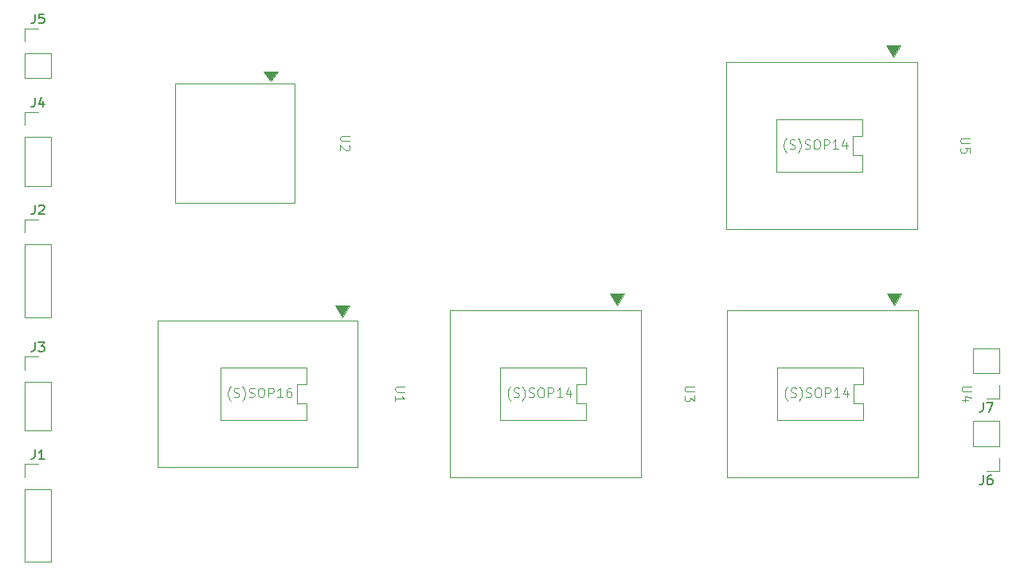
<source format=gbr>
%TF.GenerationSoftware,KiCad,Pcbnew,9.0.3*%
%TF.CreationDate,2025-08-28T11:24:01-04:00*%
%TF.ProjectId,signal_conditioner,7369676e-616c-45f6-936f-6e646974696f,rev?*%
%TF.SameCoordinates,Original*%
%TF.FileFunction,Legend,Top*%
%TF.FilePolarity,Positive*%
%FSLAX46Y46*%
G04 Gerber Fmt 4.6, Leading zero omitted, Abs format (unit mm)*
G04 Created by KiCad (PCBNEW 9.0.3) date 2025-08-28 11:24:01*
%MOMM*%
%LPD*%
G01*
G04 APERTURE LIST*
%ADD10C,0.150000*%
%ADD11C,0.100000*%
%ADD12C,0.120000*%
G04 APERTURE END LIST*
D10*
X135556666Y-57399819D02*
X135556666Y-58114104D01*
X135556666Y-58114104D02*
X135509047Y-58256961D01*
X135509047Y-58256961D02*
X135413809Y-58352200D01*
X135413809Y-58352200D02*
X135270952Y-58399819D01*
X135270952Y-58399819D02*
X135175714Y-58399819D01*
X135985238Y-57495057D02*
X136032857Y-57447438D01*
X136032857Y-57447438D02*
X136128095Y-57399819D01*
X136128095Y-57399819D02*
X136366190Y-57399819D01*
X136366190Y-57399819D02*
X136461428Y-57447438D01*
X136461428Y-57447438D02*
X136509047Y-57495057D01*
X136509047Y-57495057D02*
X136556666Y-57590295D01*
X136556666Y-57590295D02*
X136556666Y-57685533D01*
X136556666Y-57685533D02*
X136509047Y-57828390D01*
X136509047Y-57828390D02*
X135937619Y-58399819D01*
X135937619Y-58399819D02*
X136556666Y-58399819D01*
D11*
X234984580Y-50292095D02*
X234175057Y-50292095D01*
X234175057Y-50292095D02*
X234079819Y-50339714D01*
X234079819Y-50339714D02*
X234032200Y-50387333D01*
X234032200Y-50387333D02*
X233984580Y-50482571D01*
X233984580Y-50482571D02*
X233984580Y-50673047D01*
X233984580Y-50673047D02*
X234032200Y-50768285D01*
X234032200Y-50768285D02*
X234079819Y-50815904D01*
X234079819Y-50815904D02*
X234175057Y-50863523D01*
X234175057Y-50863523D02*
X234984580Y-50863523D01*
X234984580Y-51815904D02*
X234984580Y-51339714D01*
X234984580Y-51339714D02*
X234508390Y-51292095D01*
X234508390Y-51292095D02*
X234556009Y-51339714D01*
X234556009Y-51339714D02*
X234603628Y-51434952D01*
X234603628Y-51434952D02*
X234603628Y-51673047D01*
X234603628Y-51673047D02*
X234556009Y-51768285D01*
X234556009Y-51768285D02*
X234508390Y-51815904D01*
X234508390Y-51815904D02*
X234413152Y-51863523D01*
X234413152Y-51863523D02*
X234175057Y-51863523D01*
X234175057Y-51863523D02*
X234079819Y-51815904D01*
X234079819Y-51815904D02*
X234032200Y-51768285D01*
X234032200Y-51768285D02*
X233984580Y-51673047D01*
X233984580Y-51673047D02*
X233984580Y-51434952D01*
X233984580Y-51434952D02*
X234032200Y-51339714D01*
X234032200Y-51339714D02*
X234079819Y-51292095D01*
X215473598Y-51815371D02*
X215425979Y-51767752D01*
X215425979Y-51767752D02*
X215330741Y-51624895D01*
X215330741Y-51624895D02*
X215283122Y-51529657D01*
X215283122Y-51529657D02*
X215235503Y-51386800D01*
X215235503Y-51386800D02*
X215187884Y-51148704D01*
X215187884Y-51148704D02*
X215187884Y-50958228D01*
X215187884Y-50958228D02*
X215235503Y-50720133D01*
X215235503Y-50720133D02*
X215283122Y-50577276D01*
X215283122Y-50577276D02*
X215330741Y-50482038D01*
X215330741Y-50482038D02*
X215425979Y-50339180D01*
X215425979Y-50339180D02*
X215473598Y-50291561D01*
X215806932Y-51386800D02*
X215949789Y-51434419D01*
X215949789Y-51434419D02*
X216187884Y-51434419D01*
X216187884Y-51434419D02*
X216283122Y-51386800D01*
X216283122Y-51386800D02*
X216330741Y-51339180D01*
X216330741Y-51339180D02*
X216378360Y-51243942D01*
X216378360Y-51243942D02*
X216378360Y-51148704D01*
X216378360Y-51148704D02*
X216330741Y-51053466D01*
X216330741Y-51053466D02*
X216283122Y-51005847D01*
X216283122Y-51005847D02*
X216187884Y-50958228D01*
X216187884Y-50958228D02*
X215997408Y-50910609D01*
X215997408Y-50910609D02*
X215902170Y-50862990D01*
X215902170Y-50862990D02*
X215854551Y-50815371D01*
X215854551Y-50815371D02*
X215806932Y-50720133D01*
X215806932Y-50720133D02*
X215806932Y-50624895D01*
X215806932Y-50624895D02*
X215854551Y-50529657D01*
X215854551Y-50529657D02*
X215902170Y-50482038D01*
X215902170Y-50482038D02*
X215997408Y-50434419D01*
X215997408Y-50434419D02*
X216235503Y-50434419D01*
X216235503Y-50434419D02*
X216378360Y-50482038D01*
X216711694Y-51815371D02*
X216759313Y-51767752D01*
X216759313Y-51767752D02*
X216854551Y-51624895D01*
X216854551Y-51624895D02*
X216902170Y-51529657D01*
X216902170Y-51529657D02*
X216949789Y-51386800D01*
X216949789Y-51386800D02*
X216997408Y-51148704D01*
X216997408Y-51148704D02*
X216997408Y-50958228D01*
X216997408Y-50958228D02*
X216949789Y-50720133D01*
X216949789Y-50720133D02*
X216902170Y-50577276D01*
X216902170Y-50577276D02*
X216854551Y-50482038D01*
X216854551Y-50482038D02*
X216759313Y-50339180D01*
X216759313Y-50339180D02*
X216711694Y-50291561D01*
X217425980Y-51386800D02*
X217568837Y-51434419D01*
X217568837Y-51434419D02*
X217806932Y-51434419D01*
X217806932Y-51434419D02*
X217902170Y-51386800D01*
X217902170Y-51386800D02*
X217949789Y-51339180D01*
X217949789Y-51339180D02*
X217997408Y-51243942D01*
X217997408Y-51243942D02*
X217997408Y-51148704D01*
X217997408Y-51148704D02*
X217949789Y-51053466D01*
X217949789Y-51053466D02*
X217902170Y-51005847D01*
X217902170Y-51005847D02*
X217806932Y-50958228D01*
X217806932Y-50958228D02*
X217616456Y-50910609D01*
X217616456Y-50910609D02*
X217521218Y-50862990D01*
X217521218Y-50862990D02*
X217473599Y-50815371D01*
X217473599Y-50815371D02*
X217425980Y-50720133D01*
X217425980Y-50720133D02*
X217425980Y-50624895D01*
X217425980Y-50624895D02*
X217473599Y-50529657D01*
X217473599Y-50529657D02*
X217521218Y-50482038D01*
X217521218Y-50482038D02*
X217616456Y-50434419D01*
X217616456Y-50434419D02*
X217854551Y-50434419D01*
X217854551Y-50434419D02*
X217997408Y-50482038D01*
X218616456Y-50434419D02*
X218806932Y-50434419D01*
X218806932Y-50434419D02*
X218902170Y-50482038D01*
X218902170Y-50482038D02*
X218997408Y-50577276D01*
X218997408Y-50577276D02*
X219045027Y-50767752D01*
X219045027Y-50767752D02*
X219045027Y-51101085D01*
X219045027Y-51101085D02*
X218997408Y-51291561D01*
X218997408Y-51291561D02*
X218902170Y-51386800D01*
X218902170Y-51386800D02*
X218806932Y-51434419D01*
X218806932Y-51434419D02*
X218616456Y-51434419D01*
X218616456Y-51434419D02*
X218521218Y-51386800D01*
X218521218Y-51386800D02*
X218425980Y-51291561D01*
X218425980Y-51291561D02*
X218378361Y-51101085D01*
X218378361Y-51101085D02*
X218378361Y-50767752D01*
X218378361Y-50767752D02*
X218425980Y-50577276D01*
X218425980Y-50577276D02*
X218521218Y-50482038D01*
X218521218Y-50482038D02*
X218616456Y-50434419D01*
X219473599Y-51434419D02*
X219473599Y-50434419D01*
X219473599Y-50434419D02*
X219854551Y-50434419D01*
X219854551Y-50434419D02*
X219949789Y-50482038D01*
X219949789Y-50482038D02*
X219997408Y-50529657D01*
X219997408Y-50529657D02*
X220045027Y-50624895D01*
X220045027Y-50624895D02*
X220045027Y-50767752D01*
X220045027Y-50767752D02*
X219997408Y-50862990D01*
X219997408Y-50862990D02*
X219949789Y-50910609D01*
X219949789Y-50910609D02*
X219854551Y-50958228D01*
X219854551Y-50958228D02*
X219473599Y-50958228D01*
X220997408Y-51434419D02*
X220425980Y-51434419D01*
X220711694Y-51434419D02*
X220711694Y-50434419D01*
X220711694Y-50434419D02*
X220616456Y-50577276D01*
X220616456Y-50577276D02*
X220521218Y-50672514D01*
X220521218Y-50672514D02*
X220425980Y-50720133D01*
X221854551Y-50767752D02*
X221854551Y-51434419D01*
X221616456Y-50386800D02*
X221378361Y-51101085D01*
X221378361Y-51101085D02*
X221997408Y-51101085D01*
X174888180Y-76719695D02*
X174078657Y-76719695D01*
X174078657Y-76719695D02*
X173983419Y-76767314D01*
X173983419Y-76767314D02*
X173935800Y-76814933D01*
X173935800Y-76814933D02*
X173888180Y-76910171D01*
X173888180Y-76910171D02*
X173888180Y-77100647D01*
X173888180Y-77100647D02*
X173935800Y-77195885D01*
X173935800Y-77195885D02*
X173983419Y-77243504D01*
X173983419Y-77243504D02*
X174078657Y-77291123D01*
X174078657Y-77291123D02*
X174888180Y-77291123D01*
X173888180Y-78291123D02*
X173888180Y-77719695D01*
X173888180Y-78005409D02*
X174888180Y-78005409D01*
X174888180Y-78005409D02*
X174745323Y-77910171D01*
X174745323Y-77910171D02*
X174650085Y-77814933D01*
X174650085Y-77814933D02*
X174602466Y-77719695D01*
X156393198Y-78242971D02*
X156345579Y-78195352D01*
X156345579Y-78195352D02*
X156250341Y-78052495D01*
X156250341Y-78052495D02*
X156202722Y-77957257D01*
X156202722Y-77957257D02*
X156155103Y-77814400D01*
X156155103Y-77814400D02*
X156107484Y-77576304D01*
X156107484Y-77576304D02*
X156107484Y-77385828D01*
X156107484Y-77385828D02*
X156155103Y-77147733D01*
X156155103Y-77147733D02*
X156202722Y-77004876D01*
X156202722Y-77004876D02*
X156250341Y-76909638D01*
X156250341Y-76909638D02*
X156345579Y-76766780D01*
X156345579Y-76766780D02*
X156393198Y-76719161D01*
X156726532Y-77814400D02*
X156869389Y-77862019D01*
X156869389Y-77862019D02*
X157107484Y-77862019D01*
X157107484Y-77862019D02*
X157202722Y-77814400D01*
X157202722Y-77814400D02*
X157250341Y-77766780D01*
X157250341Y-77766780D02*
X157297960Y-77671542D01*
X157297960Y-77671542D02*
X157297960Y-77576304D01*
X157297960Y-77576304D02*
X157250341Y-77481066D01*
X157250341Y-77481066D02*
X157202722Y-77433447D01*
X157202722Y-77433447D02*
X157107484Y-77385828D01*
X157107484Y-77385828D02*
X156917008Y-77338209D01*
X156917008Y-77338209D02*
X156821770Y-77290590D01*
X156821770Y-77290590D02*
X156774151Y-77242971D01*
X156774151Y-77242971D02*
X156726532Y-77147733D01*
X156726532Y-77147733D02*
X156726532Y-77052495D01*
X156726532Y-77052495D02*
X156774151Y-76957257D01*
X156774151Y-76957257D02*
X156821770Y-76909638D01*
X156821770Y-76909638D02*
X156917008Y-76862019D01*
X156917008Y-76862019D02*
X157155103Y-76862019D01*
X157155103Y-76862019D02*
X157297960Y-76909638D01*
X157631294Y-78242971D02*
X157678913Y-78195352D01*
X157678913Y-78195352D02*
X157774151Y-78052495D01*
X157774151Y-78052495D02*
X157821770Y-77957257D01*
X157821770Y-77957257D02*
X157869389Y-77814400D01*
X157869389Y-77814400D02*
X157917008Y-77576304D01*
X157917008Y-77576304D02*
X157917008Y-77385828D01*
X157917008Y-77385828D02*
X157869389Y-77147733D01*
X157869389Y-77147733D02*
X157821770Y-77004876D01*
X157821770Y-77004876D02*
X157774151Y-76909638D01*
X157774151Y-76909638D02*
X157678913Y-76766780D01*
X157678913Y-76766780D02*
X157631294Y-76719161D01*
X158345580Y-77814400D02*
X158488437Y-77862019D01*
X158488437Y-77862019D02*
X158726532Y-77862019D01*
X158726532Y-77862019D02*
X158821770Y-77814400D01*
X158821770Y-77814400D02*
X158869389Y-77766780D01*
X158869389Y-77766780D02*
X158917008Y-77671542D01*
X158917008Y-77671542D02*
X158917008Y-77576304D01*
X158917008Y-77576304D02*
X158869389Y-77481066D01*
X158869389Y-77481066D02*
X158821770Y-77433447D01*
X158821770Y-77433447D02*
X158726532Y-77385828D01*
X158726532Y-77385828D02*
X158536056Y-77338209D01*
X158536056Y-77338209D02*
X158440818Y-77290590D01*
X158440818Y-77290590D02*
X158393199Y-77242971D01*
X158393199Y-77242971D02*
X158345580Y-77147733D01*
X158345580Y-77147733D02*
X158345580Y-77052495D01*
X158345580Y-77052495D02*
X158393199Y-76957257D01*
X158393199Y-76957257D02*
X158440818Y-76909638D01*
X158440818Y-76909638D02*
X158536056Y-76862019D01*
X158536056Y-76862019D02*
X158774151Y-76862019D01*
X158774151Y-76862019D02*
X158917008Y-76909638D01*
X159536056Y-76862019D02*
X159726532Y-76862019D01*
X159726532Y-76862019D02*
X159821770Y-76909638D01*
X159821770Y-76909638D02*
X159917008Y-77004876D01*
X159917008Y-77004876D02*
X159964627Y-77195352D01*
X159964627Y-77195352D02*
X159964627Y-77528685D01*
X159964627Y-77528685D02*
X159917008Y-77719161D01*
X159917008Y-77719161D02*
X159821770Y-77814400D01*
X159821770Y-77814400D02*
X159726532Y-77862019D01*
X159726532Y-77862019D02*
X159536056Y-77862019D01*
X159536056Y-77862019D02*
X159440818Y-77814400D01*
X159440818Y-77814400D02*
X159345580Y-77719161D01*
X159345580Y-77719161D02*
X159297961Y-77528685D01*
X159297961Y-77528685D02*
X159297961Y-77195352D01*
X159297961Y-77195352D02*
X159345580Y-77004876D01*
X159345580Y-77004876D02*
X159440818Y-76909638D01*
X159440818Y-76909638D02*
X159536056Y-76862019D01*
X160393199Y-77862019D02*
X160393199Y-76862019D01*
X160393199Y-76862019D02*
X160774151Y-76862019D01*
X160774151Y-76862019D02*
X160869389Y-76909638D01*
X160869389Y-76909638D02*
X160917008Y-76957257D01*
X160917008Y-76957257D02*
X160964627Y-77052495D01*
X160964627Y-77052495D02*
X160964627Y-77195352D01*
X160964627Y-77195352D02*
X160917008Y-77290590D01*
X160917008Y-77290590D02*
X160869389Y-77338209D01*
X160869389Y-77338209D02*
X160774151Y-77385828D01*
X160774151Y-77385828D02*
X160393199Y-77385828D01*
X161917008Y-77862019D02*
X161345580Y-77862019D01*
X161631294Y-77862019D02*
X161631294Y-76862019D01*
X161631294Y-76862019D02*
X161536056Y-77004876D01*
X161536056Y-77004876D02*
X161440818Y-77100114D01*
X161440818Y-77100114D02*
X161345580Y-77147733D01*
X162774151Y-76862019D02*
X162583675Y-76862019D01*
X162583675Y-76862019D02*
X162488437Y-76909638D01*
X162488437Y-76909638D02*
X162440818Y-76957257D01*
X162440818Y-76957257D02*
X162345580Y-77100114D01*
X162345580Y-77100114D02*
X162297961Y-77290590D01*
X162297961Y-77290590D02*
X162297961Y-77671542D01*
X162297961Y-77671542D02*
X162345580Y-77766780D01*
X162345580Y-77766780D02*
X162393199Y-77814400D01*
X162393199Y-77814400D02*
X162488437Y-77862019D01*
X162488437Y-77862019D02*
X162678913Y-77862019D01*
X162678913Y-77862019D02*
X162774151Y-77814400D01*
X162774151Y-77814400D02*
X162821770Y-77766780D01*
X162821770Y-77766780D02*
X162869389Y-77671542D01*
X162869389Y-77671542D02*
X162869389Y-77433447D01*
X162869389Y-77433447D02*
X162821770Y-77338209D01*
X162821770Y-77338209D02*
X162774151Y-77290590D01*
X162774151Y-77290590D02*
X162678913Y-77242971D01*
X162678913Y-77242971D02*
X162488437Y-77242971D01*
X162488437Y-77242971D02*
X162393199Y-77290590D01*
X162393199Y-77290590D02*
X162345580Y-77338209D01*
X162345580Y-77338209D02*
X162297961Y-77433447D01*
D10*
X135556666Y-83434819D02*
X135556666Y-84149104D01*
X135556666Y-84149104D02*
X135509047Y-84291961D01*
X135509047Y-84291961D02*
X135413809Y-84387200D01*
X135413809Y-84387200D02*
X135270952Y-84434819D01*
X135270952Y-84434819D02*
X135175714Y-84434819D01*
X136556666Y-84434819D02*
X135985238Y-84434819D01*
X136270952Y-84434819D02*
X136270952Y-83434819D01*
X136270952Y-83434819D02*
X136175714Y-83577676D01*
X136175714Y-83577676D02*
X136080476Y-83672914D01*
X136080476Y-83672914D02*
X135985238Y-83720533D01*
D11*
X235111580Y-76708095D02*
X234302057Y-76708095D01*
X234302057Y-76708095D02*
X234206819Y-76755714D01*
X234206819Y-76755714D02*
X234159200Y-76803333D01*
X234159200Y-76803333D02*
X234111580Y-76898571D01*
X234111580Y-76898571D02*
X234111580Y-77089047D01*
X234111580Y-77089047D02*
X234159200Y-77184285D01*
X234159200Y-77184285D02*
X234206819Y-77231904D01*
X234206819Y-77231904D02*
X234302057Y-77279523D01*
X234302057Y-77279523D02*
X235111580Y-77279523D01*
X234778247Y-78184285D02*
X234111580Y-78184285D01*
X235159200Y-77946190D02*
X234444914Y-77708095D01*
X234444914Y-77708095D02*
X234444914Y-78327142D01*
X215600598Y-78231371D02*
X215552979Y-78183752D01*
X215552979Y-78183752D02*
X215457741Y-78040895D01*
X215457741Y-78040895D02*
X215410122Y-77945657D01*
X215410122Y-77945657D02*
X215362503Y-77802800D01*
X215362503Y-77802800D02*
X215314884Y-77564704D01*
X215314884Y-77564704D02*
X215314884Y-77374228D01*
X215314884Y-77374228D02*
X215362503Y-77136133D01*
X215362503Y-77136133D02*
X215410122Y-76993276D01*
X215410122Y-76993276D02*
X215457741Y-76898038D01*
X215457741Y-76898038D02*
X215552979Y-76755180D01*
X215552979Y-76755180D02*
X215600598Y-76707561D01*
X215933932Y-77802800D02*
X216076789Y-77850419D01*
X216076789Y-77850419D02*
X216314884Y-77850419D01*
X216314884Y-77850419D02*
X216410122Y-77802800D01*
X216410122Y-77802800D02*
X216457741Y-77755180D01*
X216457741Y-77755180D02*
X216505360Y-77659942D01*
X216505360Y-77659942D02*
X216505360Y-77564704D01*
X216505360Y-77564704D02*
X216457741Y-77469466D01*
X216457741Y-77469466D02*
X216410122Y-77421847D01*
X216410122Y-77421847D02*
X216314884Y-77374228D01*
X216314884Y-77374228D02*
X216124408Y-77326609D01*
X216124408Y-77326609D02*
X216029170Y-77278990D01*
X216029170Y-77278990D02*
X215981551Y-77231371D01*
X215981551Y-77231371D02*
X215933932Y-77136133D01*
X215933932Y-77136133D02*
X215933932Y-77040895D01*
X215933932Y-77040895D02*
X215981551Y-76945657D01*
X215981551Y-76945657D02*
X216029170Y-76898038D01*
X216029170Y-76898038D02*
X216124408Y-76850419D01*
X216124408Y-76850419D02*
X216362503Y-76850419D01*
X216362503Y-76850419D02*
X216505360Y-76898038D01*
X216838694Y-78231371D02*
X216886313Y-78183752D01*
X216886313Y-78183752D02*
X216981551Y-78040895D01*
X216981551Y-78040895D02*
X217029170Y-77945657D01*
X217029170Y-77945657D02*
X217076789Y-77802800D01*
X217076789Y-77802800D02*
X217124408Y-77564704D01*
X217124408Y-77564704D02*
X217124408Y-77374228D01*
X217124408Y-77374228D02*
X217076789Y-77136133D01*
X217076789Y-77136133D02*
X217029170Y-76993276D01*
X217029170Y-76993276D02*
X216981551Y-76898038D01*
X216981551Y-76898038D02*
X216886313Y-76755180D01*
X216886313Y-76755180D02*
X216838694Y-76707561D01*
X217552980Y-77802800D02*
X217695837Y-77850419D01*
X217695837Y-77850419D02*
X217933932Y-77850419D01*
X217933932Y-77850419D02*
X218029170Y-77802800D01*
X218029170Y-77802800D02*
X218076789Y-77755180D01*
X218076789Y-77755180D02*
X218124408Y-77659942D01*
X218124408Y-77659942D02*
X218124408Y-77564704D01*
X218124408Y-77564704D02*
X218076789Y-77469466D01*
X218076789Y-77469466D02*
X218029170Y-77421847D01*
X218029170Y-77421847D02*
X217933932Y-77374228D01*
X217933932Y-77374228D02*
X217743456Y-77326609D01*
X217743456Y-77326609D02*
X217648218Y-77278990D01*
X217648218Y-77278990D02*
X217600599Y-77231371D01*
X217600599Y-77231371D02*
X217552980Y-77136133D01*
X217552980Y-77136133D02*
X217552980Y-77040895D01*
X217552980Y-77040895D02*
X217600599Y-76945657D01*
X217600599Y-76945657D02*
X217648218Y-76898038D01*
X217648218Y-76898038D02*
X217743456Y-76850419D01*
X217743456Y-76850419D02*
X217981551Y-76850419D01*
X217981551Y-76850419D02*
X218124408Y-76898038D01*
X218743456Y-76850419D02*
X218933932Y-76850419D01*
X218933932Y-76850419D02*
X219029170Y-76898038D01*
X219029170Y-76898038D02*
X219124408Y-76993276D01*
X219124408Y-76993276D02*
X219172027Y-77183752D01*
X219172027Y-77183752D02*
X219172027Y-77517085D01*
X219172027Y-77517085D02*
X219124408Y-77707561D01*
X219124408Y-77707561D02*
X219029170Y-77802800D01*
X219029170Y-77802800D02*
X218933932Y-77850419D01*
X218933932Y-77850419D02*
X218743456Y-77850419D01*
X218743456Y-77850419D02*
X218648218Y-77802800D01*
X218648218Y-77802800D02*
X218552980Y-77707561D01*
X218552980Y-77707561D02*
X218505361Y-77517085D01*
X218505361Y-77517085D02*
X218505361Y-77183752D01*
X218505361Y-77183752D02*
X218552980Y-76993276D01*
X218552980Y-76993276D02*
X218648218Y-76898038D01*
X218648218Y-76898038D02*
X218743456Y-76850419D01*
X219600599Y-77850419D02*
X219600599Y-76850419D01*
X219600599Y-76850419D02*
X219981551Y-76850419D01*
X219981551Y-76850419D02*
X220076789Y-76898038D01*
X220076789Y-76898038D02*
X220124408Y-76945657D01*
X220124408Y-76945657D02*
X220172027Y-77040895D01*
X220172027Y-77040895D02*
X220172027Y-77183752D01*
X220172027Y-77183752D02*
X220124408Y-77278990D01*
X220124408Y-77278990D02*
X220076789Y-77326609D01*
X220076789Y-77326609D02*
X219981551Y-77374228D01*
X219981551Y-77374228D02*
X219600599Y-77374228D01*
X221124408Y-77850419D02*
X220552980Y-77850419D01*
X220838694Y-77850419D02*
X220838694Y-76850419D01*
X220838694Y-76850419D02*
X220743456Y-76993276D01*
X220743456Y-76993276D02*
X220648218Y-77088514D01*
X220648218Y-77088514D02*
X220552980Y-77136133D01*
X221981551Y-77183752D02*
X221981551Y-77850419D01*
X221743456Y-76802800D02*
X221505361Y-77517085D01*
X221505361Y-77517085D02*
X222124408Y-77517085D01*
D10*
X135556666Y-45969819D02*
X135556666Y-46684104D01*
X135556666Y-46684104D02*
X135509047Y-46826961D01*
X135509047Y-46826961D02*
X135413809Y-46922200D01*
X135413809Y-46922200D02*
X135270952Y-46969819D01*
X135270952Y-46969819D02*
X135175714Y-46969819D01*
X136461428Y-46303152D02*
X136461428Y-46969819D01*
X136223333Y-45922200D02*
X135985238Y-46636485D01*
X135985238Y-46636485D02*
X136604285Y-46636485D01*
X236394666Y-78415819D02*
X236394666Y-79130104D01*
X236394666Y-79130104D02*
X236347047Y-79272961D01*
X236347047Y-79272961D02*
X236251809Y-79368200D01*
X236251809Y-79368200D02*
X236108952Y-79415819D01*
X236108952Y-79415819D02*
X236013714Y-79415819D01*
X236775619Y-78415819D02*
X237442285Y-78415819D01*
X237442285Y-78415819D02*
X237013714Y-79415819D01*
X236394666Y-86162819D02*
X236394666Y-86877104D01*
X236394666Y-86877104D02*
X236347047Y-87019961D01*
X236347047Y-87019961D02*
X236251809Y-87115200D01*
X236251809Y-87115200D02*
X236108952Y-87162819D01*
X236108952Y-87162819D02*
X236013714Y-87162819D01*
X237299428Y-86162819D02*
X237108952Y-86162819D01*
X237108952Y-86162819D02*
X237013714Y-86210438D01*
X237013714Y-86210438D02*
X236966095Y-86258057D01*
X236966095Y-86258057D02*
X236870857Y-86400914D01*
X236870857Y-86400914D02*
X236823238Y-86591390D01*
X236823238Y-86591390D02*
X236823238Y-86972342D01*
X236823238Y-86972342D02*
X236870857Y-87067580D01*
X236870857Y-87067580D02*
X236918476Y-87115200D01*
X236918476Y-87115200D02*
X237013714Y-87162819D01*
X237013714Y-87162819D02*
X237204190Y-87162819D01*
X237204190Y-87162819D02*
X237299428Y-87115200D01*
X237299428Y-87115200D02*
X237347047Y-87067580D01*
X237347047Y-87067580D02*
X237394666Y-86972342D01*
X237394666Y-86972342D02*
X237394666Y-86734247D01*
X237394666Y-86734247D02*
X237347047Y-86639009D01*
X237347047Y-86639009D02*
X237299428Y-86591390D01*
X237299428Y-86591390D02*
X237204190Y-86543771D01*
X237204190Y-86543771D02*
X237013714Y-86543771D01*
X237013714Y-86543771D02*
X236918476Y-86591390D01*
X236918476Y-86591390D02*
X236870857Y-86639009D01*
X236870857Y-86639009D02*
X236823238Y-86734247D01*
D11*
X205647580Y-76708095D02*
X204838057Y-76708095D01*
X204838057Y-76708095D02*
X204742819Y-76755714D01*
X204742819Y-76755714D02*
X204695200Y-76803333D01*
X204695200Y-76803333D02*
X204647580Y-76898571D01*
X204647580Y-76898571D02*
X204647580Y-77089047D01*
X204647580Y-77089047D02*
X204695200Y-77184285D01*
X204695200Y-77184285D02*
X204742819Y-77231904D01*
X204742819Y-77231904D02*
X204838057Y-77279523D01*
X204838057Y-77279523D02*
X205647580Y-77279523D01*
X205647580Y-77660476D02*
X205647580Y-78279523D01*
X205647580Y-78279523D02*
X205266628Y-77946190D01*
X205266628Y-77946190D02*
X205266628Y-78089047D01*
X205266628Y-78089047D02*
X205219009Y-78184285D01*
X205219009Y-78184285D02*
X205171390Y-78231904D01*
X205171390Y-78231904D02*
X205076152Y-78279523D01*
X205076152Y-78279523D02*
X204838057Y-78279523D01*
X204838057Y-78279523D02*
X204742819Y-78231904D01*
X204742819Y-78231904D02*
X204695200Y-78184285D01*
X204695200Y-78184285D02*
X204647580Y-78089047D01*
X204647580Y-78089047D02*
X204647580Y-77803333D01*
X204647580Y-77803333D02*
X204695200Y-77708095D01*
X204695200Y-77708095D02*
X204742819Y-77660476D01*
X186136598Y-78231371D02*
X186088979Y-78183752D01*
X186088979Y-78183752D02*
X185993741Y-78040895D01*
X185993741Y-78040895D02*
X185946122Y-77945657D01*
X185946122Y-77945657D02*
X185898503Y-77802800D01*
X185898503Y-77802800D02*
X185850884Y-77564704D01*
X185850884Y-77564704D02*
X185850884Y-77374228D01*
X185850884Y-77374228D02*
X185898503Y-77136133D01*
X185898503Y-77136133D02*
X185946122Y-76993276D01*
X185946122Y-76993276D02*
X185993741Y-76898038D01*
X185993741Y-76898038D02*
X186088979Y-76755180D01*
X186088979Y-76755180D02*
X186136598Y-76707561D01*
X186469932Y-77802800D02*
X186612789Y-77850419D01*
X186612789Y-77850419D02*
X186850884Y-77850419D01*
X186850884Y-77850419D02*
X186946122Y-77802800D01*
X186946122Y-77802800D02*
X186993741Y-77755180D01*
X186993741Y-77755180D02*
X187041360Y-77659942D01*
X187041360Y-77659942D02*
X187041360Y-77564704D01*
X187041360Y-77564704D02*
X186993741Y-77469466D01*
X186993741Y-77469466D02*
X186946122Y-77421847D01*
X186946122Y-77421847D02*
X186850884Y-77374228D01*
X186850884Y-77374228D02*
X186660408Y-77326609D01*
X186660408Y-77326609D02*
X186565170Y-77278990D01*
X186565170Y-77278990D02*
X186517551Y-77231371D01*
X186517551Y-77231371D02*
X186469932Y-77136133D01*
X186469932Y-77136133D02*
X186469932Y-77040895D01*
X186469932Y-77040895D02*
X186517551Y-76945657D01*
X186517551Y-76945657D02*
X186565170Y-76898038D01*
X186565170Y-76898038D02*
X186660408Y-76850419D01*
X186660408Y-76850419D02*
X186898503Y-76850419D01*
X186898503Y-76850419D02*
X187041360Y-76898038D01*
X187374694Y-78231371D02*
X187422313Y-78183752D01*
X187422313Y-78183752D02*
X187517551Y-78040895D01*
X187517551Y-78040895D02*
X187565170Y-77945657D01*
X187565170Y-77945657D02*
X187612789Y-77802800D01*
X187612789Y-77802800D02*
X187660408Y-77564704D01*
X187660408Y-77564704D02*
X187660408Y-77374228D01*
X187660408Y-77374228D02*
X187612789Y-77136133D01*
X187612789Y-77136133D02*
X187565170Y-76993276D01*
X187565170Y-76993276D02*
X187517551Y-76898038D01*
X187517551Y-76898038D02*
X187422313Y-76755180D01*
X187422313Y-76755180D02*
X187374694Y-76707561D01*
X188088980Y-77802800D02*
X188231837Y-77850419D01*
X188231837Y-77850419D02*
X188469932Y-77850419D01*
X188469932Y-77850419D02*
X188565170Y-77802800D01*
X188565170Y-77802800D02*
X188612789Y-77755180D01*
X188612789Y-77755180D02*
X188660408Y-77659942D01*
X188660408Y-77659942D02*
X188660408Y-77564704D01*
X188660408Y-77564704D02*
X188612789Y-77469466D01*
X188612789Y-77469466D02*
X188565170Y-77421847D01*
X188565170Y-77421847D02*
X188469932Y-77374228D01*
X188469932Y-77374228D02*
X188279456Y-77326609D01*
X188279456Y-77326609D02*
X188184218Y-77278990D01*
X188184218Y-77278990D02*
X188136599Y-77231371D01*
X188136599Y-77231371D02*
X188088980Y-77136133D01*
X188088980Y-77136133D02*
X188088980Y-77040895D01*
X188088980Y-77040895D02*
X188136599Y-76945657D01*
X188136599Y-76945657D02*
X188184218Y-76898038D01*
X188184218Y-76898038D02*
X188279456Y-76850419D01*
X188279456Y-76850419D02*
X188517551Y-76850419D01*
X188517551Y-76850419D02*
X188660408Y-76898038D01*
X189279456Y-76850419D02*
X189469932Y-76850419D01*
X189469932Y-76850419D02*
X189565170Y-76898038D01*
X189565170Y-76898038D02*
X189660408Y-76993276D01*
X189660408Y-76993276D02*
X189708027Y-77183752D01*
X189708027Y-77183752D02*
X189708027Y-77517085D01*
X189708027Y-77517085D02*
X189660408Y-77707561D01*
X189660408Y-77707561D02*
X189565170Y-77802800D01*
X189565170Y-77802800D02*
X189469932Y-77850419D01*
X189469932Y-77850419D02*
X189279456Y-77850419D01*
X189279456Y-77850419D02*
X189184218Y-77802800D01*
X189184218Y-77802800D02*
X189088980Y-77707561D01*
X189088980Y-77707561D02*
X189041361Y-77517085D01*
X189041361Y-77517085D02*
X189041361Y-77183752D01*
X189041361Y-77183752D02*
X189088980Y-76993276D01*
X189088980Y-76993276D02*
X189184218Y-76898038D01*
X189184218Y-76898038D02*
X189279456Y-76850419D01*
X190136599Y-77850419D02*
X190136599Y-76850419D01*
X190136599Y-76850419D02*
X190517551Y-76850419D01*
X190517551Y-76850419D02*
X190612789Y-76898038D01*
X190612789Y-76898038D02*
X190660408Y-76945657D01*
X190660408Y-76945657D02*
X190708027Y-77040895D01*
X190708027Y-77040895D02*
X190708027Y-77183752D01*
X190708027Y-77183752D02*
X190660408Y-77278990D01*
X190660408Y-77278990D02*
X190612789Y-77326609D01*
X190612789Y-77326609D02*
X190517551Y-77374228D01*
X190517551Y-77374228D02*
X190136599Y-77374228D01*
X191660408Y-77850419D02*
X191088980Y-77850419D01*
X191374694Y-77850419D02*
X191374694Y-76850419D01*
X191374694Y-76850419D02*
X191279456Y-76993276D01*
X191279456Y-76993276D02*
X191184218Y-77088514D01*
X191184218Y-77088514D02*
X191088980Y-77136133D01*
X192517551Y-77183752D02*
X192517551Y-77850419D01*
X192279456Y-76802800D02*
X192041361Y-77517085D01*
X192041361Y-77517085D02*
X192660408Y-77517085D01*
D10*
X135556666Y-72004819D02*
X135556666Y-72719104D01*
X135556666Y-72719104D02*
X135509047Y-72861961D01*
X135509047Y-72861961D02*
X135413809Y-72957200D01*
X135413809Y-72957200D02*
X135270952Y-73004819D01*
X135270952Y-73004819D02*
X135175714Y-73004819D01*
X135937619Y-72004819D02*
X136556666Y-72004819D01*
X136556666Y-72004819D02*
X136223333Y-72385771D01*
X136223333Y-72385771D02*
X136366190Y-72385771D01*
X136366190Y-72385771D02*
X136461428Y-72433390D01*
X136461428Y-72433390D02*
X136509047Y-72481009D01*
X136509047Y-72481009D02*
X136556666Y-72576247D01*
X136556666Y-72576247D02*
X136556666Y-72814342D01*
X136556666Y-72814342D02*
X136509047Y-72909580D01*
X136509047Y-72909580D02*
X136461428Y-72957200D01*
X136461428Y-72957200D02*
X136366190Y-73004819D01*
X136366190Y-73004819D02*
X136080476Y-73004819D01*
X136080476Y-73004819D02*
X135985238Y-72957200D01*
X135985238Y-72957200D02*
X135937619Y-72909580D01*
X135556666Y-37074819D02*
X135556666Y-37789104D01*
X135556666Y-37789104D02*
X135509047Y-37931961D01*
X135509047Y-37931961D02*
X135413809Y-38027200D01*
X135413809Y-38027200D02*
X135270952Y-38074819D01*
X135270952Y-38074819D02*
X135175714Y-38074819D01*
X136509047Y-37074819D02*
X136032857Y-37074819D01*
X136032857Y-37074819D02*
X135985238Y-37551009D01*
X135985238Y-37551009D02*
X136032857Y-37503390D01*
X136032857Y-37503390D02*
X136128095Y-37455771D01*
X136128095Y-37455771D02*
X136366190Y-37455771D01*
X136366190Y-37455771D02*
X136461428Y-37503390D01*
X136461428Y-37503390D02*
X136509047Y-37551009D01*
X136509047Y-37551009D02*
X136556666Y-37646247D01*
X136556666Y-37646247D02*
X136556666Y-37884342D01*
X136556666Y-37884342D02*
X136509047Y-37979580D01*
X136509047Y-37979580D02*
X136461428Y-38027200D01*
X136461428Y-38027200D02*
X136366190Y-38074819D01*
X136366190Y-38074819D02*
X136128095Y-38074819D01*
X136128095Y-38074819D02*
X136032857Y-38027200D01*
X136032857Y-38027200D02*
X135985238Y-37979580D01*
D11*
X169047580Y-50038095D02*
X168238057Y-50038095D01*
X168238057Y-50038095D02*
X168142819Y-50085714D01*
X168142819Y-50085714D02*
X168095200Y-50133333D01*
X168095200Y-50133333D02*
X168047580Y-50228571D01*
X168047580Y-50228571D02*
X168047580Y-50419047D01*
X168047580Y-50419047D02*
X168095200Y-50514285D01*
X168095200Y-50514285D02*
X168142819Y-50561904D01*
X168142819Y-50561904D02*
X168238057Y-50609523D01*
X168238057Y-50609523D02*
X169047580Y-50609523D01*
X168952342Y-51038095D02*
X168999961Y-51085714D01*
X168999961Y-51085714D02*
X169047580Y-51180952D01*
X169047580Y-51180952D02*
X169047580Y-51419047D01*
X169047580Y-51419047D02*
X168999961Y-51514285D01*
X168999961Y-51514285D02*
X168952342Y-51561904D01*
X168952342Y-51561904D02*
X168857104Y-51609523D01*
X168857104Y-51609523D02*
X168761866Y-51609523D01*
X168761866Y-51609523D02*
X168619009Y-51561904D01*
X168619009Y-51561904D02*
X168047580Y-50990476D01*
X168047580Y-50990476D02*
X168047580Y-51609523D01*
D12*
%TO.C,J2*%
X134510000Y-58945000D02*
X135890000Y-58945000D01*
X134510000Y-60325000D02*
X134510000Y-58945000D01*
X134510000Y-61595000D02*
X134510000Y-69325000D01*
X134510000Y-61595000D02*
X137270000Y-61595000D01*
X134510000Y-69325000D02*
X137270000Y-69325000D01*
X137270000Y-61595000D02*
X137270000Y-69325000D01*
%TO.C,U5*%
D11*
X229362000Y-42164000D02*
X209042000Y-42164000D01*
X209042000Y-59944000D01*
X229362000Y-59944000D01*
X229362000Y-42164000D01*
X226822000Y-41656000D02*
X226060000Y-40386000D01*
X227584000Y-40386000D01*
X226822000Y-41656000D01*
G36*
X226822000Y-41656000D02*
G01*
X226060000Y-40386000D01*
X227584000Y-40386000D01*
X226822000Y-41656000D01*
G37*
X223520000Y-50038000D02*
X222504000Y-50038000D01*
X222504000Y-52070000D01*
X223520000Y-52070000D01*
X223520000Y-53848000D01*
X214376000Y-53848000D01*
X214376000Y-48260000D01*
X223520000Y-48260000D01*
X223520000Y-50038000D01*
%TO.C,U1*%
X169859600Y-69681600D02*
X148605600Y-69681600D01*
X148605600Y-85281600D01*
X169859600Y-85281600D01*
X169859600Y-69681600D01*
X168249600Y-69353600D02*
X167487600Y-68083600D01*
X169011600Y-68083600D01*
X168249600Y-69353600D01*
G36*
X168249600Y-69353600D02*
G01*
X167487600Y-68083600D01*
X169011600Y-68083600D01*
X168249600Y-69353600D01*
G37*
X164439600Y-76465600D02*
X163423600Y-76465600D01*
X163423600Y-78497600D01*
X164439600Y-78497600D01*
X164439600Y-80275600D01*
X155295600Y-80275600D01*
X155295600Y-74687600D01*
X164439600Y-74687600D01*
X164439600Y-76465600D01*
D12*
%TO.C,J1*%
X134510000Y-84980000D02*
X135890000Y-84980000D01*
X134510000Y-86360000D02*
X134510000Y-84980000D01*
X134510000Y-87630000D02*
X134510000Y-95360000D01*
X134510000Y-87630000D02*
X137270000Y-87630000D01*
X134510000Y-95360000D02*
X137270000Y-95360000D01*
X137270000Y-87630000D02*
X137270000Y-95360000D01*
%TO.C,U4*%
D11*
X229489000Y-68580000D02*
X209169000Y-68580000D01*
X209169000Y-86360000D01*
X229489000Y-86360000D01*
X229489000Y-68580000D01*
X226949000Y-68072000D02*
X226187000Y-66802000D01*
X227711000Y-66802000D01*
X226949000Y-68072000D01*
G36*
X226949000Y-68072000D02*
G01*
X226187000Y-66802000D01*
X227711000Y-66802000D01*
X226949000Y-68072000D01*
G37*
X223647000Y-76454000D02*
X222631000Y-76454000D01*
X222631000Y-78486000D01*
X223647000Y-78486000D01*
X223647000Y-80264000D01*
X214503000Y-80264000D01*
X214503000Y-74676000D01*
X223647000Y-74676000D01*
X223647000Y-76454000D01*
D12*
%TO.C,J4*%
X134510000Y-47515000D02*
X135890000Y-47515000D01*
X134510000Y-48895000D02*
X134510000Y-47515000D01*
X134510000Y-50165000D02*
X134510000Y-55355000D01*
X134510000Y-50165000D02*
X137270000Y-50165000D01*
X134510000Y-55355000D02*
X137270000Y-55355000D01*
X137270000Y-50165000D02*
X137270000Y-55355000D01*
%TO.C,J7*%
X235348000Y-75311000D02*
X235348000Y-72661000D01*
X238108000Y-72661000D02*
X235348000Y-72661000D01*
X238108000Y-75311000D02*
X235348000Y-75311000D01*
X238108000Y-75311000D02*
X238108000Y-72661000D01*
X238108000Y-76581000D02*
X238108000Y-77961000D01*
X238108000Y-77961000D02*
X236728000Y-77961000D01*
%TO.C,J6*%
X235348000Y-83058000D02*
X235348000Y-80408000D01*
X238108000Y-80408000D02*
X235348000Y-80408000D01*
X238108000Y-83058000D02*
X235348000Y-83058000D01*
X238108000Y-83058000D02*
X238108000Y-80408000D01*
X238108000Y-84328000D02*
X238108000Y-85708000D01*
X238108000Y-85708000D02*
X236728000Y-85708000D01*
%TO.C,U3*%
D11*
X200025000Y-68580000D02*
X179705000Y-68580000D01*
X179705000Y-86360000D01*
X200025000Y-86360000D01*
X200025000Y-68580000D01*
X197485000Y-68072000D02*
X196723000Y-66802000D01*
X198247000Y-66802000D01*
X197485000Y-68072000D01*
G36*
X197485000Y-68072000D02*
G01*
X196723000Y-66802000D01*
X198247000Y-66802000D01*
X197485000Y-68072000D01*
G37*
X194183000Y-76454000D02*
X193167000Y-76454000D01*
X193167000Y-78486000D01*
X194183000Y-78486000D01*
X194183000Y-80264000D01*
X185039000Y-80264000D01*
X185039000Y-74676000D01*
X194183000Y-74676000D01*
X194183000Y-76454000D01*
D12*
%TO.C,J3*%
X134510000Y-73550000D02*
X135890000Y-73550000D01*
X134510000Y-74930000D02*
X134510000Y-73550000D01*
X134510000Y-76200000D02*
X134510000Y-81390000D01*
X134510000Y-76200000D02*
X137270000Y-76200000D01*
X134510000Y-81390000D02*
X137270000Y-81390000D01*
X137270000Y-76200000D02*
X137270000Y-81390000D01*
%TO.C,J5*%
X134510000Y-38620000D02*
X135890000Y-38620000D01*
X134510000Y-40000000D02*
X134510000Y-38620000D01*
X134510000Y-41270000D02*
X134510000Y-43920000D01*
X134510000Y-41270000D02*
X137270000Y-41270000D01*
X134510000Y-43920000D02*
X137270000Y-43920000D01*
X137270000Y-41270000D02*
X137270000Y-43920000D01*
%TO.C,U2*%
D11*
X163195000Y-44450000D02*
X150495000Y-44450000D01*
X150495000Y-57150000D01*
X163195000Y-57150000D01*
X163195000Y-44450000D01*
X160655000Y-44196000D02*
X159893000Y-43180000D01*
X161417000Y-43180000D01*
X160655000Y-44196000D01*
G36*
X160655000Y-44196000D02*
G01*
X159893000Y-43180000D01*
X161417000Y-43180000D01*
X160655000Y-44196000D01*
G37*
%TD*%
M02*

</source>
